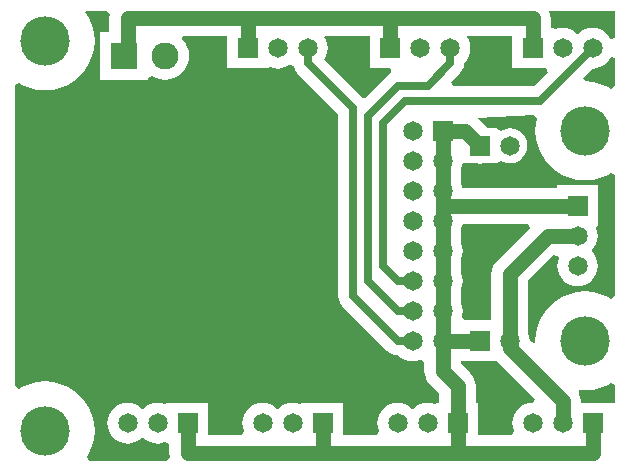
<source format=gbl>
%FSLAX25Y25*%
%MOIN*%
G70*
G01*
G75*
G04 Layer_Physical_Order=2*
G04 Layer_Color=65280*
%ADD10C,0.02500*%
%ADD11C,0.05000*%
%ADD12C,0.06500*%
%ADD13R,0.06500X0.06500*%
%ADD14C,0.16500*%
%ADD15R,0.09000X0.09000*%
%ADD16C,0.09000*%
%ADD17R,0.06500X0.06500*%
G36*
X574059Y575085D02*
X563079Y564106D01*
X562330Y563192D01*
X561772Y562150D01*
X561429Y561019D01*
X561313Y559842D01*
Y544250D01*
X552491D01*
X552219Y544395D01*
X551433Y545455D01*
X551652Y546177D01*
X551783Y547500D01*
X551652Y548823D01*
X551266Y550096D01*
X551029Y550540D01*
Y554460D01*
X551266Y554904D01*
X551652Y556177D01*
X551783Y557500D01*
X551652Y558823D01*
X551266Y560096D01*
X551029Y560540D01*
Y564460D01*
X551266Y564904D01*
X551652Y566177D01*
X551783Y567500D01*
X551652Y568823D01*
X551266Y570096D01*
X551029Y570540D01*
Y574460D01*
X551266Y574904D01*
X551652Y576177D01*
X551681Y576471D01*
X573485D01*
X574059Y575085D01*
D02*
G37*
G36*
X576499Y611531D02*
X576153Y610089D01*
X575949Y607500D01*
X576153Y604911D01*
X576759Y602386D01*
X577753Y599986D01*
X579110Y597772D01*
X580797Y595797D01*
X582772Y594110D01*
X584986Y592753D01*
X587386Y591759D01*
X589911Y591153D01*
X592500Y590949D01*
X595089Y591153D01*
X597614Y591759D01*
X600014Y592753D01*
X601191Y593474D01*
X602500Y592741D01*
Y552259D01*
X601191Y551526D01*
X600014Y552247D01*
X597614Y553241D01*
X595089Y553847D01*
X592500Y554051D01*
X589911Y553847D01*
X587386Y553241D01*
X584986Y552247D01*
X582772Y550890D01*
X580797Y549203D01*
X579110Y547228D01*
X577753Y545014D01*
X576759Y542615D01*
X576153Y540089D01*
X575949Y537500D01*
X575986Y537031D01*
X575425Y536772D01*
X574123Y537518D01*
X573995Y538823D01*
X573609Y540096D01*
X573372Y540540D01*
Y557345D01*
X581956Y565930D01*
X583444Y565746D01*
X583781Y565184D01*
X583734Y565096D01*
X583348Y563823D01*
X583217Y562500D01*
X583348Y561177D01*
X583734Y559904D01*
X584360Y558732D01*
X585204Y557704D01*
X586232Y556860D01*
X587404Y556234D01*
X588677Y555848D01*
X590000Y555717D01*
X591323Y555848D01*
X592596Y556234D01*
X593768Y556860D01*
X594796Y557704D01*
X595640Y558732D01*
X596266Y559904D01*
X596652Y561177D01*
X596783Y562500D01*
X596652Y563823D01*
X596266Y565096D01*
X595640Y566268D01*
X594796Y567296D01*
Y567704D01*
X595640Y568732D01*
X596266Y569904D01*
X596652Y571177D01*
X596783Y572500D01*
X596652Y573823D01*
X596266Y575096D01*
X596659Y575750D01*
X596750D01*
Y589250D01*
X583250D01*
Y588529D01*
X551681D01*
X551652Y588823D01*
X551266Y590096D01*
X551029Y590540D01*
Y594460D01*
X551266Y594904D01*
X551652Y596177D01*
X551709Y596752D01*
X551750Y596750D01*
X551750Y596750D01*
X551750Y596750D01*
X555786D01*
X556324Y596587D01*
X557500Y596471D01*
X558676Y596587D01*
X559214Y596750D01*
X563250D01*
Y596818D01*
X564595Y597481D01*
X564600Y597477D01*
X565999Y596898D01*
X567500Y596700D01*
X569001Y596898D01*
X570400Y597477D01*
X571601Y598399D01*
X572523Y599600D01*
X573102Y600999D01*
X573300Y602500D01*
X573102Y604001D01*
X572523Y605400D01*
X571601Y606601D01*
X570400Y607523D01*
X569001Y608102D01*
X567500Y608300D01*
X565999Y608102D01*
X564600Y607523D01*
X564595Y607519D01*
X563250Y608182D01*
Y608250D01*
X560276D01*
X556763Y611763D01*
D01*
X556763Y611763D01*
X575570Y612709D01*
X576499Y611531D01*
D02*
G37*
G36*
X575856Y518118D02*
X575215Y516761D01*
X575000Y516783D01*
X573677Y516652D01*
X572404Y516266D01*
X571232Y515640D01*
X570204Y514796D01*
X569360Y513768D01*
X568734Y512596D01*
X568348Y511323D01*
X568217Y510000D01*
X568348Y508677D01*
X568734Y507404D01*
X568781Y507316D01*
X568010Y506029D01*
X556750D01*
Y516750D01*
X556029D01*
Y522500D01*
X555913Y523676D01*
X555570Y524807D01*
X555013Y525849D01*
X554263Y526763D01*
X551029Y529997D01*
Y530750D01*
X563224D01*
X575856Y518118D01*
D02*
G37*
G36*
X602500Y522741D02*
Y516750D01*
X601750D01*
Y516750D01*
X591029D01*
Y517500D01*
X590913Y518676D01*
X590570Y519807D01*
X590570Y519807D01*
X590570Y519807D01*
X590341Y521119D01*
D01*
X592500Y520949D01*
X595089Y521153D01*
X597614Y521759D01*
X600014Y522753D01*
X601191Y523474D01*
X602500Y522741D01*
D02*
G37*
G36*
X520750Y628250D02*
X527502D01*
X527739Y627679D01*
X527918Y626779D01*
X527604Y626649D01*
X526612Y625888D01*
X519068Y618343D01*
X518388Y618388D01*
Y618388D01*
Y618388D01*
X518388Y618388D01*
X505596Y631179D01*
X505640Y631232D01*
X506266Y632404D01*
X506652Y633677D01*
X506783Y635000D01*
X506652Y636323D01*
X506266Y637596D01*
X505640Y638768D01*
X505735Y638971D01*
X520750D01*
Y628250D01*
D02*
G37*
G36*
X602500Y631626D02*
Y622259D01*
X601191Y621526D01*
X600014Y622247D01*
X597614Y623241D01*
X595089Y623847D01*
X592500Y624051D01*
X591972Y625197D01*
X594993Y628218D01*
X595000Y628217D01*
X596323Y628348D01*
X597596Y628734D01*
X598768Y629360D01*
X599796Y630204D01*
X600640Y631232D01*
X601045Y631990D01*
X602500Y631626D01*
D02*
G37*
G36*
Y638374D02*
X601045Y638010D01*
X600640Y638768D01*
X599796Y639796D01*
X598768Y640640D01*
X597596Y641266D01*
X596323Y641652D01*
X595000Y641783D01*
X593677Y641652D01*
X592404Y641266D01*
X591232Y640640D01*
X590204Y639796D01*
X589796D01*
X588768Y640640D01*
X587596Y641266D01*
X586323Y641652D01*
X585000Y641783D01*
X583677Y641652D01*
X582404Y641266D01*
X581750Y641659D01*
Y641750D01*
X581430D01*
X581029Y641990D01*
Y645000D01*
X580913Y646176D01*
X580570Y647307D01*
X580686Y647500D01*
X602500D01*
Y638374D01*
D02*
G37*
G36*
X434123Y646295D02*
X434087Y646176D01*
X433971Y645000D01*
Y640500D01*
X430800D01*
Y624500D01*
X446800D01*
Y625017D01*
X448087Y625788D01*
X449424Y625073D01*
X450932Y624616D01*
X452500Y624461D01*
X454068Y624616D01*
X455576Y625073D01*
X456966Y625816D01*
X458184Y626816D01*
X459184Y628034D01*
X459927Y629424D01*
X460384Y630932D01*
X460539Y632500D01*
X460384Y634068D01*
X459927Y635576D01*
X459184Y636966D01*
X458184Y638184D01*
X458466Y638971D01*
X473250D01*
Y628250D01*
X486750D01*
Y628341D01*
X487404Y628734D01*
X488677Y628348D01*
X490000Y628217D01*
X491323Y628348D01*
X492596Y628734D01*
X493768Y629360D01*
Y629360D01*
X493768Y629360D01*
X494033Y629478D01*
X495346Y628959D01*
X495372Y628760D01*
X495711Y627943D01*
X495851Y627604D01*
X496612Y626612D01*
X496612Y626612D01*
X496612Y626612D01*
X510209Y613016D01*
Y552500D01*
X510372Y551260D01*
X510711Y550443D01*
X510851Y550105D01*
X511612Y549112D01*
X526612Y534112D01*
X527604Y533351D01*
X528760Y532872D01*
X530000Y532709D01*
X530200D01*
X530204Y532704D01*
X531232Y531860D01*
X532404Y531234D01*
X533677Y530848D01*
X535000Y530717D01*
X536323Y530848D01*
X537596Y531234D01*
X537684Y531281D01*
X538971Y530510D01*
Y527500D01*
X538971Y527500D01*
X538971D01*
X539087Y526324D01*
X539430Y525193D01*
X539430Y525193D01*
X539430Y525193D01*
X539987Y524151D01*
X540737Y523237D01*
X540737Y523237D01*
X540737Y523237D01*
X543971Y520003D01*
Y516990D01*
X543570Y516750D01*
X543250D01*
Y516659D01*
X542596Y516266D01*
X541323Y516652D01*
X540000Y516783D01*
X538677Y516652D01*
X537404Y516266D01*
X536232Y515640D01*
X535204Y514796D01*
X534796D01*
X533768Y515640D01*
X532596Y516266D01*
X531323Y516652D01*
X530000Y516783D01*
X528677Y516652D01*
X527404Y516266D01*
X526232Y515640D01*
X525204Y514796D01*
X524360Y513768D01*
X523734Y512596D01*
X523348Y511323D01*
X523217Y510000D01*
X523348Y508677D01*
X523734Y507404D01*
X523781Y507316D01*
X523010Y506029D01*
X511750D01*
Y516750D01*
X498250D01*
Y516659D01*
X497596Y516266D01*
X496323Y516652D01*
X495000Y516783D01*
X493677Y516652D01*
X492404Y516266D01*
X491232Y515640D01*
X490204Y514796D01*
X489796D01*
X488768Y515640D01*
X487596Y516266D01*
X486323Y516652D01*
X485000Y516783D01*
X483677Y516652D01*
X482404Y516266D01*
X481232Y515640D01*
X480204Y514796D01*
X479360Y513768D01*
X478734Y512596D01*
X478348Y511323D01*
X478217Y510000D01*
X478348Y508677D01*
X478734Y507404D01*
X478781Y507316D01*
X478010Y506029D01*
X466750D01*
Y516750D01*
X453250D01*
Y516659D01*
X452596Y516266D01*
X451323Y516652D01*
X450000Y516783D01*
X448677Y516652D01*
X447404Y516266D01*
X446232Y515640D01*
X445204Y514796D01*
X444796D01*
X443768Y515640D01*
X442596Y516266D01*
X441323Y516652D01*
X440000Y516783D01*
X438677Y516652D01*
X437404Y516266D01*
X436232Y515640D01*
X435204Y514796D01*
X434360Y513768D01*
X433734Y512596D01*
X433348Y511323D01*
X433217Y510000D01*
X433348Y508677D01*
X433734Y507404D01*
X434360Y506232D01*
X435204Y505204D01*
X436232Y504360D01*
X437404Y503734D01*
X438677Y503348D01*
X440000Y503217D01*
X441323Y503348D01*
X442596Y503734D01*
X443768Y504360D01*
X444796Y505204D01*
X445204D01*
X446232Y504360D01*
X447404Y503734D01*
X448677Y503348D01*
X450000Y503217D01*
X451323Y503348D01*
X452596Y503734D01*
X453250Y503341D01*
Y503250D01*
X453570D01*
X453971Y503010D01*
Y500000D01*
X454087Y498824D01*
X454123Y498705D01*
X453229Y497500D01*
X427259D01*
X426526Y498809D01*
X427247Y499986D01*
X428241Y502386D01*
X428847Y504911D01*
X429051Y507500D01*
X428847Y510089D01*
X428241Y512614D01*
X427247Y515014D01*
X425890Y517228D01*
X424203Y519203D01*
X422228Y520890D01*
X420014Y522247D01*
X417615Y523241D01*
X415089Y523847D01*
X412500Y524051D01*
X409911Y523847D01*
X407385Y523241D01*
X404986Y522247D01*
X403809Y521526D01*
X402500Y522259D01*
Y622741D01*
X403809Y623474D01*
X404986Y622753D01*
X407385Y621759D01*
X409911Y621153D01*
X412500Y620949D01*
X415089Y621153D01*
X417615Y621759D01*
X420014Y622753D01*
X422228Y624110D01*
X424203Y625797D01*
X425890Y627772D01*
X427247Y629986D01*
X428241Y632385D01*
X428847Y634911D01*
X429051Y637500D01*
X428847Y640089D01*
X428241Y642615D01*
X427247Y645014D01*
X425890Y647228D01*
X426015Y647500D01*
X433229D01*
X434123Y646295D01*
D02*
G37*
G36*
X568250Y628250D02*
X579515D01*
X580089Y626864D01*
X575516Y622291D01*
X548526D01*
X547952Y623677D01*
X550888Y626612D01*
X551649Y627604D01*
X552128Y628760D01*
X552291Y630000D01*
Y630200D01*
X552296Y630204D01*
X553140Y631232D01*
X553766Y632404D01*
X554152Y633677D01*
X554283Y635000D01*
X554152Y636323D01*
X553766Y637596D01*
X553140Y638768D01*
X553235Y638971D01*
X568250D01*
Y628250D01*
D02*
G37*
D10*
X515000Y552500D02*
Y615000D01*
Y552500D02*
X530000Y537500D01*
X500000Y630000D02*
X515000Y615000D01*
X530000Y537500D02*
X535000D01*
X500000Y630000D02*
Y635000D01*
X540000Y622500D02*
X547500Y630000D01*
X520000Y557500D02*
Y612500D01*
Y557500D02*
X530000Y547500D01*
X547500Y630000D02*
Y635000D01*
X530000Y622500D02*
X540000D01*
X520000Y612500D02*
X530000Y622500D01*
Y547500D02*
X535000D01*
X530000Y557500D02*
X535000D01*
X525000Y562500D02*
Y610000D01*
Y562500D02*
X530000Y557500D01*
X525000Y610000D02*
X532500Y617500D01*
X577500D01*
X595000Y635000D01*
D11*
X545000Y527500D02*
Y607500D01*
X550000Y500000D02*
Y522500D01*
X460000Y500000D02*
X595000D01*
X545000Y582500D02*
X590000D01*
X545000Y537500D02*
X557500D01*
X505000Y500000D02*
Y510000D01*
X552500Y607500D02*
X557500Y602500D01*
X545000Y607500D02*
X552500D01*
X480000Y635000D02*
Y645000D01*
X575000Y635000D02*
Y645000D01*
X438800Y632500D02*
Y633800D01*
X440000Y635000D01*
Y645000D01*
X527500Y635000D02*
Y645000D01*
X440000D02*
X575000D01*
X460000Y500000D02*
Y510000D01*
X595000Y500000D02*
Y510000D01*
X585000D02*
Y517500D01*
X567343Y559842D02*
X580000Y572500D01*
X590000D01*
X567343Y535157D02*
X585000Y517500D01*
X567343Y535157D02*
Y559842D01*
X545000Y527500D02*
X550000Y522500D01*
D12*
X567343Y537500D02*
D03*
X567500Y602500D02*
D03*
X535000Y577500D02*
D03*
X545000D02*
D03*
Y587500D02*
D03*
X535000Y607500D02*
D03*
X545000Y597500D02*
D03*
X535000D02*
D03*
Y587500D02*
D03*
X545000Y567500D02*
D03*
X535000D02*
D03*
X545000Y557500D02*
D03*
X535000D02*
D03*
X545000Y547500D02*
D03*
X535000D02*
D03*
X545000Y537500D02*
D03*
X535000D02*
D03*
X450000Y510000D02*
D03*
X440000D02*
D03*
X495000D02*
D03*
X485000D02*
D03*
X540000D02*
D03*
X530000D02*
D03*
X585000D02*
D03*
X575000D02*
D03*
X590000Y572500D02*
D03*
Y562500D02*
D03*
X585000Y635000D02*
D03*
X595000D02*
D03*
X537500D02*
D03*
X547500D02*
D03*
X490000D02*
D03*
X500000D02*
D03*
D13*
X557500Y537500D02*
D03*
Y602500D02*
D03*
X545000Y607500D02*
D03*
X590000Y582500D02*
D03*
D14*
X412500Y637500D02*
D03*
Y507500D02*
D03*
X592500Y537500D02*
D03*
Y607500D02*
D03*
D15*
X438800Y632500D02*
D03*
D16*
X452500D02*
D03*
D17*
X460000Y510000D02*
D03*
X505000D02*
D03*
X550000D02*
D03*
X595000D02*
D03*
X575000Y635000D02*
D03*
X527500D02*
D03*
X480000D02*
D03*
M02*

</source>
